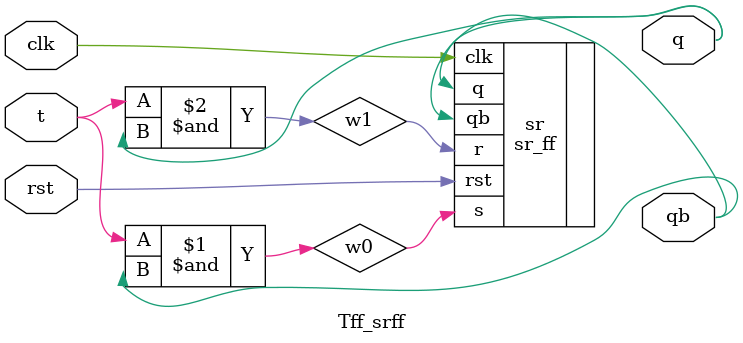
<source format=v>
`include "sr_ff.v"
module Tff_srff(t,clk,rst,q,qb);
  input t,clk,rst;
  output q,qb;
  wire w0,w1;
  and g1(w0,t,qb);
  and g2(w1,t,q);
  sr_ff sr(.s(w0),.r(w1),.clk(clk),.rst(rst),.q(q),.qb(qb));
endmodule

</source>
